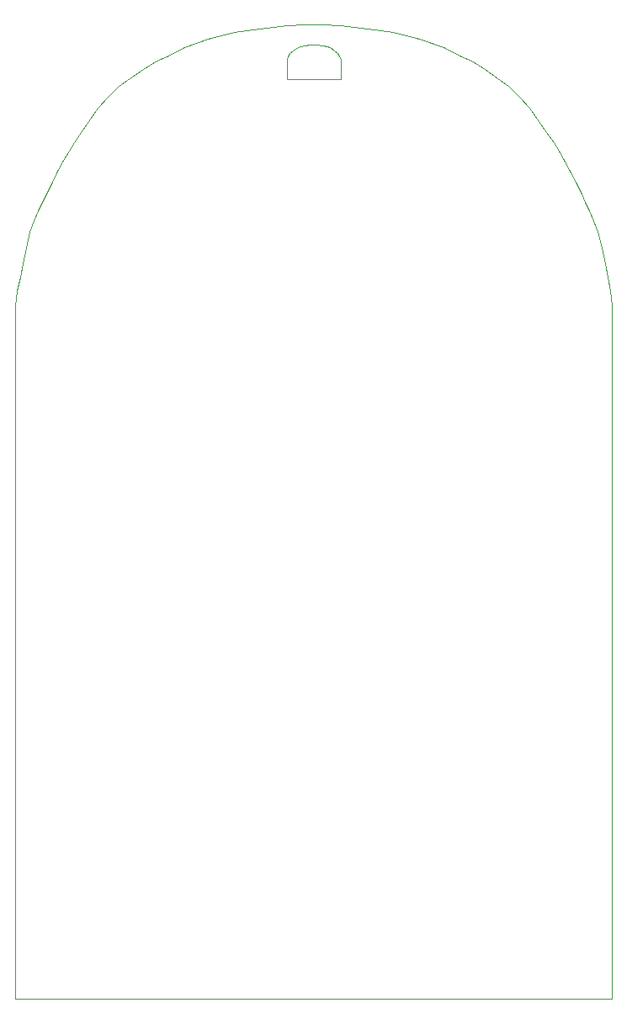
<source format=gm1>
G04 #@! TF.GenerationSoftware,KiCad,Pcbnew,(6.0.11)*
G04 #@! TF.CreationDate,2023-07-10T16:30:22-05:00*
G04 #@! TF.ProjectId,sailor_moon,7361696c-6f72-45f6-9d6f-6f6e2e6b6963,rev?*
G04 #@! TF.SameCoordinates,Original*
G04 #@! TF.FileFunction,Profile,NP*
%FSLAX46Y46*%
G04 Gerber Fmt 4.6, Leading zero omitted, Abs format (unit mm)*
G04 Created by KiCad (PCBNEW (6.0.11)) date 2023-07-10 16:30:22*
%MOMM*%
%LPD*%
G01*
G04 APERTURE LIST*
G04 #@! TA.AperFunction,Profile*
%ADD10C,0.100000*%
G04 #@! TD*
G04 APERTURE END LIST*
D10*
X155675000Y-67600000D02*
X156275000Y-68750000D01*
X153925000Y-64825000D02*
X154625000Y-65850000D01*
X151200000Y-61300000D02*
X152200000Y-62425000D01*
X130800000Y-56000000D02*
X130500000Y-56000000D01*
X100500000Y-82250000D02*
X100675000Y-80775000D01*
X143525000Y-56325000D02*
X145325000Y-57200000D01*
X160500000Y-82500000D02*
X160500000Y-82250000D01*
X158650000Y-73750000D02*
X159050000Y-74850000D01*
X111975000Y-59425000D02*
X113300000Y-58525000D01*
X149025000Y-59425000D02*
X150075000Y-60225000D01*
X125025000Y-54425000D02*
X127850000Y-54100000D01*
X108800000Y-62425000D02*
X109800000Y-61300000D01*
X132100000Y-56300000D02*
X131500000Y-56100000D01*
X106375000Y-65850000D02*
X107075000Y-64825000D01*
X119900000Y-55425000D02*
X122525000Y-54775000D01*
X130500000Y-56000000D02*
X130200000Y-56000000D01*
X133200000Y-57500000D02*
X133100000Y-57200000D01*
X159450000Y-76425000D02*
X159800000Y-78075000D01*
X113300000Y-58525000D02*
X114675000Y-57675000D01*
X114675000Y-57675000D02*
X115675000Y-57200000D01*
X100675000Y-80775000D02*
X100950000Y-79375000D01*
X127900000Y-57200000D02*
X127800000Y-57500000D01*
X101550000Y-76425000D02*
X101950000Y-74850000D01*
X101950000Y-74850000D02*
X102350000Y-73750000D01*
X141100000Y-55425000D02*
X143525000Y-56325000D01*
X132600000Y-56600000D02*
X132100000Y-56300000D01*
X160500000Y-152000000D02*
X160500000Y-82500000D01*
X110925000Y-60225000D02*
X111975000Y-59425000D01*
X160050000Y-79375000D02*
X160325000Y-80775000D01*
X100950000Y-79375000D02*
X101200000Y-78075000D01*
X133150000Y-54100000D02*
X135975000Y-54425000D01*
X100500000Y-152000000D02*
X100500000Y-82500000D01*
X105325000Y-67600000D02*
X105850000Y-66725000D01*
X101200000Y-78075000D02*
X101550000Y-76425000D01*
X159050000Y-74850000D02*
X159450000Y-76425000D01*
X133100000Y-57200000D02*
X132900000Y-56900000D01*
X147700000Y-58525000D02*
X149025000Y-59425000D01*
X109800000Y-61300000D02*
X110925000Y-60225000D01*
X128100000Y-56900000D02*
X127900000Y-57200000D01*
X145325000Y-57200000D02*
X146325000Y-57675000D01*
X146325000Y-57675000D02*
X147700000Y-58525000D01*
X128400000Y-56600000D02*
X128100000Y-56900000D01*
X157825000Y-71850000D02*
X158225000Y-72750000D01*
X157425000Y-71000000D02*
X157825000Y-71850000D01*
X127800000Y-59500000D02*
X133200000Y-59500000D01*
X156275000Y-68750000D02*
X156925000Y-70025000D01*
X117475000Y-56325000D02*
X119900000Y-55425000D01*
X131500000Y-56100000D02*
X130800000Y-56000000D01*
X132900000Y-56900000D02*
X132600000Y-56600000D01*
X115675000Y-57200000D02*
X117475000Y-56325000D01*
X158225000Y-72750000D02*
X158650000Y-73750000D01*
X131500000Y-54000000D02*
X133150000Y-54100000D01*
X152200000Y-62425000D02*
X153175000Y-63775000D01*
X122525000Y-54775000D02*
X125025000Y-54425000D01*
X100500000Y-82500000D02*
X100500000Y-82250000D01*
X127850000Y-54100000D02*
X129500000Y-54000000D01*
X100500000Y-152000000D02*
X160500000Y-152000000D01*
X104075000Y-70025000D02*
X104725000Y-68750000D01*
X138475000Y-54775000D02*
X141100000Y-55425000D01*
X107075000Y-64825000D02*
X107825000Y-63775000D01*
X155150000Y-66725000D02*
X155675000Y-67600000D01*
X104725000Y-68750000D02*
X105325000Y-67600000D01*
X103175000Y-71850000D02*
X103575000Y-71000000D01*
X128900000Y-56300000D02*
X128400000Y-56600000D01*
X160325000Y-80775000D02*
X160500000Y-82250000D01*
X159800000Y-78075000D02*
X160050000Y-79375000D01*
X133200000Y-59500000D02*
X133200000Y-57500000D01*
X129500000Y-56100000D02*
X128900000Y-56300000D01*
X150075000Y-60225000D02*
X151200000Y-61300000D01*
X107825000Y-63775000D02*
X108800000Y-62425000D01*
X129500000Y-54000000D02*
X131500000Y-54000000D01*
X102350000Y-73750000D02*
X102775000Y-72750000D01*
X130200000Y-56000000D02*
X129500000Y-56100000D01*
X105850000Y-66725000D02*
X106375000Y-65850000D01*
X154625000Y-65850000D02*
X155150000Y-66725000D01*
X103575000Y-71000000D02*
X104075000Y-70025000D01*
X102775000Y-72750000D02*
X103175000Y-71850000D01*
X127800000Y-57500000D02*
X127800000Y-59500000D01*
X156925000Y-70025000D02*
X157425000Y-71000000D01*
X153175000Y-63775000D02*
X153925000Y-64825000D01*
X135975000Y-54425000D02*
X138475000Y-54775000D01*
M02*

</source>
